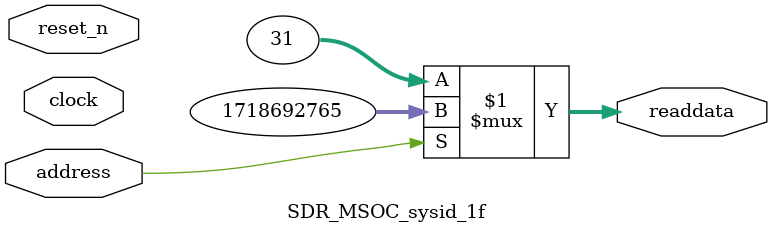
<source format=v>



// synthesis translate_off
`timescale 1ns / 1ps
// synthesis translate_on

// turn off superfluous verilog processor warnings 
// altera message_level Level1 
// altera message_off 10034 10035 10036 10037 10230 10240 10030 

module SDR_MSOC_sysid_1f (
               // inputs:
                address,
                clock,
                reset_n,

               // outputs:
                readdata
             )
;

  output  [ 31: 0] readdata;
  input            address;
  input            clock;
  input            reset_n;

  wire    [ 31: 0] readdata;
  //control_slave, which is an e_avalon_slave
  assign readdata = address ? 1718692765 : 31;

endmodule



</source>
